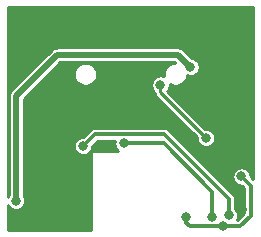
<source format=gbr>
G04 #@! TF.GenerationSoftware,KiCad,Pcbnew,5.1.0-rc2-unknown-4612175~81~ubuntu18.04.1*
G04 #@! TF.CreationDate,2019-03-08T09:09:48+02:00*
G04 #@! TF.ProjectId,MOD-ENV_revB,4d4f442d-454e-4565-9f72-6576422e6b69,rev?*
G04 #@! TF.SameCoordinates,Original*
G04 #@! TF.FileFunction,Copper,L2,Bot*
G04 #@! TF.FilePolarity,Positive*
%FSLAX46Y46*%
G04 Gerber Fmt 4.6, Leading zero omitted, Abs format (unit mm)*
G04 Created by KiCad (PCBNEW 5.1.0-rc2-unknown-4612175~81~ubuntu18.04.1) date 2019-03-08 09:09:48*
%MOMM*%
%LPD*%
G04 APERTURE LIST*
%ADD10C,0.800000*%
%ADD11C,0.762000*%
%ADD12C,0.203200*%
%ADD13C,0.355600*%
%ADD14C,0.508000*%
%ADD15C,0.250000*%
%ADD16C,0.254000*%
G04 APERTURE END LIST*
D10*
X80289400Y-72186800D03*
X97663000Y-74853800D03*
X93345000Y-68707000D03*
X79462707Y-75651079D03*
X97663000Y-71907400D03*
X78587600Y-73964800D03*
X93012478Y-75310740D03*
X93345000Y-62636400D03*
X96076541Y-76137541D03*
X95167899Y-75359740D03*
X87680800Y-69113400D03*
X96596200Y-75209400D03*
X84270223Y-69335023D03*
X90805000Y-64135000D03*
X94665800Y-68656200D03*
D11*
X97434400Y-74392518D02*
X97681991Y-74640109D01*
X97434400Y-73362085D02*
X97434400Y-74392518D01*
X93345000Y-68707000D02*
X93345000Y-69272685D01*
X93345000Y-69272685D02*
X97434400Y-73362085D01*
X80289400Y-74824386D02*
X80289400Y-72186800D01*
X79462707Y-75651079D02*
X80289400Y-74824386D01*
X80289400Y-71621115D02*
X85489515Y-66421000D01*
X80289400Y-72186800D02*
X80289400Y-71621115D01*
X91059000Y-66421000D02*
X93345000Y-68707000D01*
X85489515Y-66421000D02*
X91059000Y-66421000D01*
D12*
X93014536Y-75310740D02*
X93012478Y-75310740D01*
X93014800Y-75311004D02*
X93014536Y-75310740D01*
D13*
X98062999Y-72307399D02*
X97663000Y-71907400D01*
X93012478Y-75876425D02*
X93273594Y-76137541D01*
X93012478Y-75310740D02*
X93012478Y-75876425D01*
X98440801Y-75227145D02*
X98440801Y-72685201D01*
X97530405Y-76137541D02*
X98440801Y-75227145D01*
X98440801Y-72685201D02*
X98062999Y-72307399D01*
X93273594Y-76137541D02*
X96076541Y-76137541D01*
X96076541Y-76137541D02*
X97530405Y-76137541D01*
D14*
X78587600Y-65100200D02*
X78587600Y-73964800D01*
X82067400Y-61620400D02*
X78587600Y-65100200D01*
X93345000Y-62636400D02*
X92329000Y-61620400D01*
X92329000Y-61620400D02*
X82067400Y-61620400D01*
D13*
X87680800Y-69113400D02*
X91084400Y-69113400D01*
X95167899Y-73196899D02*
X95167899Y-75359740D01*
X91084400Y-69113400D02*
X95167899Y-73196899D01*
X96596200Y-75209400D02*
X96596200Y-73839449D01*
X91092350Y-68335599D02*
X85269647Y-68335599D01*
X84670222Y-68935024D02*
X84270223Y-69335023D01*
X85269647Y-68335599D02*
X84670222Y-68935024D01*
X96596200Y-73839449D02*
X91092350Y-68335599D01*
D15*
X90805000Y-64135000D02*
X90805000Y-64795400D01*
X90805000Y-64795400D02*
X94665800Y-68656200D01*
D16*
G36*
X98654001Y-72108138D02*
G01*
X98477540Y-71931678D01*
X98477536Y-71931673D01*
X98444000Y-71898137D01*
X98444000Y-71830478D01*
X98413987Y-71679591D01*
X98355113Y-71537458D01*
X98269642Y-71409541D01*
X98160859Y-71300758D01*
X98032942Y-71215287D01*
X97890809Y-71156413D01*
X97739922Y-71126400D01*
X97586078Y-71126400D01*
X97435191Y-71156413D01*
X97293058Y-71215287D01*
X97165141Y-71300758D01*
X97056358Y-71409541D01*
X96970887Y-71537458D01*
X96912013Y-71679591D01*
X96882000Y-71830478D01*
X96882000Y-71984322D01*
X96912013Y-72135209D01*
X96970887Y-72277342D01*
X97056358Y-72405259D01*
X97165141Y-72514042D01*
X97293058Y-72599513D01*
X97435191Y-72658387D01*
X97586078Y-72688400D01*
X97653737Y-72688400D01*
X97687273Y-72721936D01*
X97687278Y-72721940D01*
X97882002Y-72916664D01*
X97882001Y-74995683D01*
X97298943Y-75578741D01*
X97288562Y-75578741D01*
X97347187Y-75437209D01*
X97377200Y-75286322D01*
X97377200Y-75132478D01*
X97347187Y-74981591D01*
X97288313Y-74839458D01*
X97202842Y-74711541D01*
X97155000Y-74663699D01*
X97155000Y-73866890D01*
X97157703Y-73839448D01*
X97155000Y-73812005D01*
X97146914Y-73729905D01*
X97114961Y-73624571D01*
X97063073Y-73527495D01*
X96993243Y-73442406D01*
X96971919Y-73424906D01*
X91506893Y-67959880D01*
X91489393Y-67938556D01*
X91404304Y-67868726D01*
X91307228Y-67816838D01*
X91201894Y-67784885D01*
X91119794Y-67776799D01*
X91119792Y-67776799D01*
X91092350Y-67774096D01*
X91064908Y-67776799D01*
X85297089Y-67776799D01*
X85269647Y-67774096D01*
X85242205Y-67776799D01*
X85242203Y-67776799D01*
X85160103Y-67784885D01*
X85054769Y-67816838D01*
X84957693Y-67868726D01*
X84872604Y-67938556D01*
X84855108Y-67959875D01*
X84294501Y-68520483D01*
X84294496Y-68520487D01*
X84260960Y-68554023D01*
X84193301Y-68554023D01*
X84042414Y-68584036D01*
X83900281Y-68642910D01*
X83772364Y-68728381D01*
X83663581Y-68837164D01*
X83578110Y-68965081D01*
X83519236Y-69107214D01*
X83489223Y-69258101D01*
X83489223Y-69411945D01*
X83519236Y-69562832D01*
X83578110Y-69704965D01*
X83663581Y-69832882D01*
X83772364Y-69941665D01*
X83900281Y-70027136D01*
X84042414Y-70086010D01*
X84193301Y-70116023D01*
X84347145Y-70116023D01*
X84498032Y-70086010D01*
X84640165Y-70027136D01*
X84768082Y-69941665D01*
X84876865Y-69832882D01*
X84962336Y-69704965D01*
X85021210Y-69562832D01*
X85051223Y-69411945D01*
X85051223Y-69344286D01*
X85084759Y-69310750D01*
X85084763Y-69310745D01*
X85501110Y-68894399D01*
X86928061Y-68894399D01*
X86899800Y-69036478D01*
X86899800Y-69190322D01*
X86929813Y-69341209D01*
X86988687Y-69483342D01*
X87074158Y-69611259D01*
X87182941Y-69720042D01*
X87187368Y-69723000D01*
X85064600Y-69723000D01*
X85039824Y-69725440D01*
X85015999Y-69732667D01*
X84994043Y-69744403D01*
X84974797Y-69760197D01*
X84959003Y-69779443D01*
X84947267Y-69801399D01*
X84940040Y-69825224D01*
X84937600Y-69850000D01*
X84937600Y-76429000D01*
X77876000Y-76429000D01*
X77876000Y-74287697D01*
X77895487Y-74334742D01*
X77980958Y-74462659D01*
X78089741Y-74571442D01*
X78217658Y-74656913D01*
X78359791Y-74715787D01*
X78510678Y-74745800D01*
X78664522Y-74745800D01*
X78815409Y-74715787D01*
X78957542Y-74656913D01*
X79085459Y-74571442D01*
X79194242Y-74462659D01*
X79279713Y-74334742D01*
X79338587Y-74192609D01*
X79368600Y-74041722D01*
X79368600Y-73887878D01*
X79338587Y-73736991D01*
X79279713Y-73594858D01*
X79222600Y-73509382D01*
X79222600Y-65363224D01*
X81436444Y-63149380D01*
X83474000Y-63149380D01*
X83474000Y-63342620D01*
X83511699Y-63532147D01*
X83585649Y-63710678D01*
X83693007Y-63871351D01*
X83829649Y-64007993D01*
X83990322Y-64115351D01*
X84168853Y-64189301D01*
X84358380Y-64227000D01*
X84551620Y-64227000D01*
X84741147Y-64189301D01*
X84919678Y-64115351D01*
X85080351Y-64007993D01*
X85216993Y-63871351D01*
X85324351Y-63710678D01*
X85398301Y-63532147D01*
X85436000Y-63342620D01*
X85436000Y-63149380D01*
X85398301Y-62959853D01*
X85324351Y-62781322D01*
X85216993Y-62620649D01*
X85080351Y-62484007D01*
X84919678Y-62376649D01*
X84741147Y-62302699D01*
X84551620Y-62265000D01*
X84358380Y-62265000D01*
X84168853Y-62302699D01*
X83990322Y-62376649D01*
X83829649Y-62484007D01*
X83693007Y-62620649D01*
X83585649Y-62781322D01*
X83511699Y-62959853D01*
X83474000Y-63149380D01*
X81436444Y-63149380D01*
X82330425Y-62255400D01*
X92065976Y-62255400D01*
X92075576Y-62265000D01*
X91978380Y-62265000D01*
X91788853Y-62302699D01*
X91610322Y-62376649D01*
X91449649Y-62484007D01*
X91313007Y-62620649D01*
X91205649Y-62781322D01*
X91131699Y-62959853D01*
X91094000Y-63149380D01*
X91094000Y-63342620D01*
X91108467Y-63415352D01*
X91032809Y-63384013D01*
X90881922Y-63354000D01*
X90728078Y-63354000D01*
X90577191Y-63384013D01*
X90435058Y-63442887D01*
X90307141Y-63528358D01*
X90198358Y-63637141D01*
X90112887Y-63765058D01*
X90054013Y-63907191D01*
X90024000Y-64058078D01*
X90024000Y-64211922D01*
X90054013Y-64362809D01*
X90112887Y-64504942D01*
X90198358Y-64632859D01*
X90299001Y-64733502D01*
X90299001Y-64770544D01*
X90296553Y-64795400D01*
X90306322Y-64894592D01*
X90335255Y-64989974D01*
X90335256Y-64989975D01*
X90382242Y-65077879D01*
X90445474Y-65154927D01*
X90464781Y-65170772D01*
X93884800Y-68590792D01*
X93884800Y-68733122D01*
X93914813Y-68884009D01*
X93973687Y-69026142D01*
X94059158Y-69154059D01*
X94167941Y-69262842D01*
X94295858Y-69348313D01*
X94437991Y-69407187D01*
X94588878Y-69437200D01*
X94742722Y-69437200D01*
X94893609Y-69407187D01*
X95035742Y-69348313D01*
X95163659Y-69262842D01*
X95272442Y-69154059D01*
X95357913Y-69026142D01*
X95416787Y-68884009D01*
X95446800Y-68733122D01*
X95446800Y-68579278D01*
X95416787Y-68428391D01*
X95357913Y-68286258D01*
X95272442Y-68158341D01*
X95163659Y-68049558D01*
X95035742Y-67964087D01*
X94893609Y-67905213D01*
X94742722Y-67875200D01*
X94600392Y-67875200D01*
X91384846Y-64659655D01*
X91411642Y-64632859D01*
X91497113Y-64504942D01*
X91555987Y-64362809D01*
X91586000Y-64211922D01*
X91586000Y-64099100D01*
X91610322Y-64115351D01*
X91788853Y-64189301D01*
X91978380Y-64227000D01*
X92171620Y-64227000D01*
X92361147Y-64189301D01*
X92539678Y-64115351D01*
X92700351Y-64007993D01*
X92836993Y-63871351D01*
X92944351Y-63710678D01*
X93018301Y-63532147D01*
X93052431Y-63360562D01*
X93117191Y-63387387D01*
X93268078Y-63417400D01*
X93421922Y-63417400D01*
X93572809Y-63387387D01*
X93714942Y-63328513D01*
X93842859Y-63243042D01*
X93951642Y-63134259D01*
X94037113Y-63006342D01*
X94095987Y-62864209D01*
X94126000Y-62713322D01*
X94126000Y-62559478D01*
X94095987Y-62408591D01*
X94037113Y-62266458D01*
X93951642Y-62138541D01*
X93842859Y-62029758D01*
X93714942Y-61944287D01*
X93572809Y-61885413D01*
X93471982Y-61865357D01*
X92800074Y-61193450D01*
X92780185Y-61169215D01*
X92683494Y-61089863D01*
X92573180Y-61030898D01*
X92453482Y-60994588D01*
X92360192Y-60985400D01*
X92360181Y-60985400D01*
X92329000Y-60982329D01*
X92297819Y-60985400D01*
X82098580Y-60985400D01*
X82067399Y-60982329D01*
X82036218Y-60985400D01*
X82036208Y-60985400D01*
X81942918Y-60994588D01*
X81823220Y-61030898D01*
X81751331Y-61069324D01*
X81712905Y-61089863D01*
X81661773Y-61131826D01*
X81616215Y-61169215D01*
X81596330Y-61193445D01*
X78160650Y-64629126D01*
X78136415Y-64649015D01*
X78057063Y-64745707D01*
X77998098Y-64856021D01*
X77961788Y-64975719D01*
X77952600Y-65069009D01*
X77952600Y-65069019D01*
X77949529Y-65100200D01*
X77952600Y-65131381D01*
X77952601Y-73509381D01*
X77895487Y-73594858D01*
X77876000Y-73641903D01*
X77876000Y-57556000D01*
X98654000Y-57556000D01*
X98654001Y-72108138D01*
X98654001Y-72108138D01*
G37*
X98654001Y-72108138D02*
X98477540Y-71931678D01*
X98477536Y-71931673D01*
X98444000Y-71898137D01*
X98444000Y-71830478D01*
X98413987Y-71679591D01*
X98355113Y-71537458D01*
X98269642Y-71409541D01*
X98160859Y-71300758D01*
X98032942Y-71215287D01*
X97890809Y-71156413D01*
X97739922Y-71126400D01*
X97586078Y-71126400D01*
X97435191Y-71156413D01*
X97293058Y-71215287D01*
X97165141Y-71300758D01*
X97056358Y-71409541D01*
X96970887Y-71537458D01*
X96912013Y-71679591D01*
X96882000Y-71830478D01*
X96882000Y-71984322D01*
X96912013Y-72135209D01*
X96970887Y-72277342D01*
X97056358Y-72405259D01*
X97165141Y-72514042D01*
X97293058Y-72599513D01*
X97435191Y-72658387D01*
X97586078Y-72688400D01*
X97653737Y-72688400D01*
X97687273Y-72721936D01*
X97687278Y-72721940D01*
X97882002Y-72916664D01*
X97882001Y-74995683D01*
X97298943Y-75578741D01*
X97288562Y-75578741D01*
X97347187Y-75437209D01*
X97377200Y-75286322D01*
X97377200Y-75132478D01*
X97347187Y-74981591D01*
X97288313Y-74839458D01*
X97202842Y-74711541D01*
X97155000Y-74663699D01*
X97155000Y-73866890D01*
X97157703Y-73839448D01*
X97155000Y-73812005D01*
X97146914Y-73729905D01*
X97114961Y-73624571D01*
X97063073Y-73527495D01*
X96993243Y-73442406D01*
X96971919Y-73424906D01*
X91506893Y-67959880D01*
X91489393Y-67938556D01*
X91404304Y-67868726D01*
X91307228Y-67816838D01*
X91201894Y-67784885D01*
X91119794Y-67776799D01*
X91119792Y-67776799D01*
X91092350Y-67774096D01*
X91064908Y-67776799D01*
X85297089Y-67776799D01*
X85269647Y-67774096D01*
X85242205Y-67776799D01*
X85242203Y-67776799D01*
X85160103Y-67784885D01*
X85054769Y-67816838D01*
X84957693Y-67868726D01*
X84872604Y-67938556D01*
X84855108Y-67959875D01*
X84294501Y-68520483D01*
X84294496Y-68520487D01*
X84260960Y-68554023D01*
X84193301Y-68554023D01*
X84042414Y-68584036D01*
X83900281Y-68642910D01*
X83772364Y-68728381D01*
X83663581Y-68837164D01*
X83578110Y-68965081D01*
X83519236Y-69107214D01*
X83489223Y-69258101D01*
X83489223Y-69411945D01*
X83519236Y-69562832D01*
X83578110Y-69704965D01*
X83663581Y-69832882D01*
X83772364Y-69941665D01*
X83900281Y-70027136D01*
X84042414Y-70086010D01*
X84193301Y-70116023D01*
X84347145Y-70116023D01*
X84498032Y-70086010D01*
X84640165Y-70027136D01*
X84768082Y-69941665D01*
X84876865Y-69832882D01*
X84962336Y-69704965D01*
X85021210Y-69562832D01*
X85051223Y-69411945D01*
X85051223Y-69344286D01*
X85084759Y-69310750D01*
X85084763Y-69310745D01*
X85501110Y-68894399D01*
X86928061Y-68894399D01*
X86899800Y-69036478D01*
X86899800Y-69190322D01*
X86929813Y-69341209D01*
X86988687Y-69483342D01*
X87074158Y-69611259D01*
X87182941Y-69720042D01*
X87187368Y-69723000D01*
X85064600Y-69723000D01*
X85039824Y-69725440D01*
X85015999Y-69732667D01*
X84994043Y-69744403D01*
X84974797Y-69760197D01*
X84959003Y-69779443D01*
X84947267Y-69801399D01*
X84940040Y-69825224D01*
X84937600Y-69850000D01*
X84937600Y-76429000D01*
X77876000Y-76429000D01*
X77876000Y-74287697D01*
X77895487Y-74334742D01*
X77980958Y-74462659D01*
X78089741Y-74571442D01*
X78217658Y-74656913D01*
X78359791Y-74715787D01*
X78510678Y-74745800D01*
X78664522Y-74745800D01*
X78815409Y-74715787D01*
X78957542Y-74656913D01*
X79085459Y-74571442D01*
X79194242Y-74462659D01*
X79279713Y-74334742D01*
X79338587Y-74192609D01*
X79368600Y-74041722D01*
X79368600Y-73887878D01*
X79338587Y-73736991D01*
X79279713Y-73594858D01*
X79222600Y-73509382D01*
X79222600Y-65363224D01*
X81436444Y-63149380D01*
X83474000Y-63149380D01*
X83474000Y-63342620D01*
X83511699Y-63532147D01*
X83585649Y-63710678D01*
X83693007Y-63871351D01*
X83829649Y-64007993D01*
X83990322Y-64115351D01*
X84168853Y-64189301D01*
X84358380Y-64227000D01*
X84551620Y-64227000D01*
X84741147Y-64189301D01*
X84919678Y-64115351D01*
X85080351Y-64007993D01*
X85216993Y-63871351D01*
X85324351Y-63710678D01*
X85398301Y-63532147D01*
X85436000Y-63342620D01*
X85436000Y-63149380D01*
X85398301Y-62959853D01*
X85324351Y-62781322D01*
X85216993Y-62620649D01*
X85080351Y-62484007D01*
X84919678Y-62376649D01*
X84741147Y-62302699D01*
X84551620Y-62265000D01*
X84358380Y-62265000D01*
X84168853Y-62302699D01*
X83990322Y-62376649D01*
X83829649Y-62484007D01*
X83693007Y-62620649D01*
X83585649Y-62781322D01*
X83511699Y-62959853D01*
X83474000Y-63149380D01*
X81436444Y-63149380D01*
X82330425Y-62255400D01*
X92065976Y-62255400D01*
X92075576Y-62265000D01*
X91978380Y-62265000D01*
X91788853Y-62302699D01*
X91610322Y-62376649D01*
X91449649Y-62484007D01*
X91313007Y-62620649D01*
X91205649Y-62781322D01*
X91131699Y-62959853D01*
X91094000Y-63149380D01*
X91094000Y-63342620D01*
X91108467Y-63415352D01*
X91032809Y-63384013D01*
X90881922Y-63354000D01*
X90728078Y-63354000D01*
X90577191Y-63384013D01*
X90435058Y-63442887D01*
X90307141Y-63528358D01*
X90198358Y-63637141D01*
X90112887Y-63765058D01*
X90054013Y-63907191D01*
X90024000Y-64058078D01*
X90024000Y-64211922D01*
X90054013Y-64362809D01*
X90112887Y-64504942D01*
X90198358Y-64632859D01*
X90299001Y-64733502D01*
X90299001Y-64770544D01*
X90296553Y-64795400D01*
X90306322Y-64894592D01*
X90335255Y-64989974D01*
X90335256Y-64989975D01*
X90382242Y-65077879D01*
X90445474Y-65154927D01*
X90464781Y-65170772D01*
X93884800Y-68590792D01*
X93884800Y-68733122D01*
X93914813Y-68884009D01*
X93973687Y-69026142D01*
X94059158Y-69154059D01*
X94167941Y-69262842D01*
X94295858Y-69348313D01*
X94437991Y-69407187D01*
X94588878Y-69437200D01*
X94742722Y-69437200D01*
X94893609Y-69407187D01*
X95035742Y-69348313D01*
X95163659Y-69262842D01*
X95272442Y-69154059D01*
X95357913Y-69026142D01*
X95416787Y-68884009D01*
X95446800Y-68733122D01*
X95446800Y-68579278D01*
X95416787Y-68428391D01*
X95357913Y-68286258D01*
X95272442Y-68158341D01*
X95163659Y-68049558D01*
X95035742Y-67964087D01*
X94893609Y-67905213D01*
X94742722Y-67875200D01*
X94600392Y-67875200D01*
X91384846Y-64659655D01*
X91411642Y-64632859D01*
X91497113Y-64504942D01*
X91555987Y-64362809D01*
X91586000Y-64211922D01*
X91586000Y-64099100D01*
X91610322Y-64115351D01*
X91788853Y-64189301D01*
X91978380Y-64227000D01*
X92171620Y-64227000D01*
X92361147Y-64189301D01*
X92539678Y-64115351D01*
X92700351Y-64007993D01*
X92836993Y-63871351D01*
X92944351Y-63710678D01*
X93018301Y-63532147D01*
X93052431Y-63360562D01*
X93117191Y-63387387D01*
X93268078Y-63417400D01*
X93421922Y-63417400D01*
X93572809Y-63387387D01*
X93714942Y-63328513D01*
X93842859Y-63243042D01*
X93951642Y-63134259D01*
X94037113Y-63006342D01*
X94095987Y-62864209D01*
X94126000Y-62713322D01*
X94126000Y-62559478D01*
X94095987Y-62408591D01*
X94037113Y-62266458D01*
X93951642Y-62138541D01*
X93842859Y-62029758D01*
X93714942Y-61944287D01*
X93572809Y-61885413D01*
X93471982Y-61865357D01*
X92800074Y-61193450D01*
X92780185Y-61169215D01*
X92683494Y-61089863D01*
X92573180Y-61030898D01*
X92453482Y-60994588D01*
X92360192Y-60985400D01*
X92360181Y-60985400D01*
X92329000Y-60982329D01*
X92297819Y-60985400D01*
X82098580Y-60985400D01*
X82067399Y-60982329D01*
X82036218Y-60985400D01*
X82036208Y-60985400D01*
X81942918Y-60994588D01*
X81823220Y-61030898D01*
X81751331Y-61069324D01*
X81712905Y-61089863D01*
X81661773Y-61131826D01*
X81616215Y-61169215D01*
X81596330Y-61193445D01*
X78160650Y-64629126D01*
X78136415Y-64649015D01*
X78057063Y-64745707D01*
X77998098Y-64856021D01*
X77961788Y-64975719D01*
X77952600Y-65069009D01*
X77952600Y-65069019D01*
X77949529Y-65100200D01*
X77952600Y-65131381D01*
X77952601Y-73509381D01*
X77895487Y-73594858D01*
X77876000Y-73641903D01*
X77876000Y-57556000D01*
X98654000Y-57556000D01*
X98654001Y-72108138D01*
M02*

</source>
